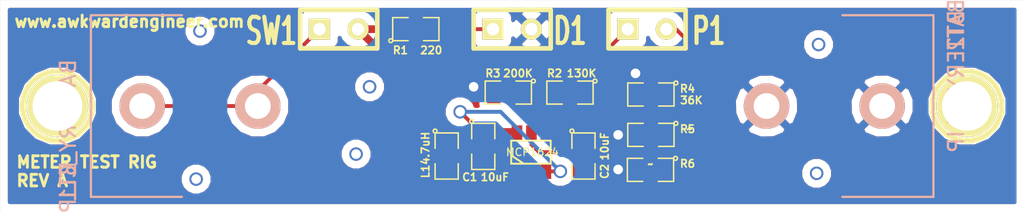
<source format=kicad_pcb>
(kicad_pcb (version 3) (host pcbnew "(2013-07-07 BZR 4022)-stable")

  (general
    (links 26)
    (no_connects 1)
    (area 177.064999 137.054334 244.575001 155.045666)
    (thickness 1.6)
    (drawings 12)
    (tracks 73)
    (zones 0)
    (modules 17)
    (nets 9)
  )

  (page A3)
  (layers
    (15 F.Cu signal)
    (0 B.Cu signal)
    (16 B.Adhes user hide)
    (17 F.Adhes user hide)
    (18 B.Paste user hide)
    (19 F.Paste user hide)
    (20 B.SilkS user hide)
    (21 F.SilkS user)
    (22 B.Mask user hide)
    (23 F.Mask user hide)
    (24 Dwgs.User user)
    (25 Cmts.User user hide)
    (26 Eco1.User user hide)
    (27 Eco2.User user hide)
    (28 Edge.Cuts user)
  )

  (setup
    (last_trace_width 0.254)
    (trace_clearance 0.254)
    (zone_clearance 0.508)
    (zone_45_only no)
    (trace_min 0.254)
    (segment_width 0.1)
    (edge_width 0.1)
    (via_size 0.889)
    (via_drill 0.635)
    (via_min_size 0.889)
    (via_min_drill 0.508)
    (uvia_size 0.508)
    (uvia_drill 0.127)
    (uvias_allowed no)
    (uvia_min_size 0.508)
    (uvia_min_drill 0.127)
    (pcb_text_width 0.3)
    (pcb_text_size 1.5 1.5)
    (mod_edge_width 0.15)
    (mod_text_size 1 1)
    (mod_text_width 0.15)
    (pad_size 4.064 4.064)
    (pad_drill 3.2766)
    (pad_to_mask_clearance 0)
    (aux_axis_origin 180.848 146.05)
    (visible_elements 7FFFFFFF)
    (pcbplotparams
      (layerselection 283148289)
      (usegerberextensions true)
      (excludeedgelayer true)
      (linewidth 0.150000)
      (plotframeref false)
      (viasonmask false)
      (mode 1)
      (useauxorigin false)
      (hpglpennumber 1)
      (hpglpenspeed 20)
      (hpglpendiameter 15)
      (hpglpenoverlay 2)
      (psnegative false)
      (psa4output false)
      (plotreference true)
      (plotvalue true)
      (plotothertext true)
      (plotinvisibletext false)
      (padsonsilk false)
      (subtractmaskfromsilk false)
      (outputformat 1)
      (mirror false)
      (drillshape 0)
      (scaleselection 1)
      (outputdirectory Gerbers/))
  )

  (net 0 "")
  (net 1 GND)
  (net 2 N-000002)
  (net 3 N-000003)
  (net 4 N-000004)
  (net 5 N-000005)
  (net 6 N-000006)
  (net 7 N-000007)
  (net 8 N-000008)

  (net_class Default "This is the default net class."
    (clearance 0.254)
    (trace_width 0.254)
    (via_dia 0.889)
    (via_drill 0.635)
    (uvia_dia 0.508)
    (uvia_drill 0.127)
    (add_net "")
    (add_net GND)
    (add_net N-000002)
    (add_net N-000004)
    (add_net N-000005)
    (add_net N-000006)
    (add_net N-000007)
  )

  (net_class Heavy ""
    (clearance 0.254)
    (trace_width 0.762)
    (via_dia 0.889)
    (via_drill 0.635)
    (uvia_dia 0.508)
    (uvia_drill 0.127)
  )

  (net_class Medium ""
    (clearance 0.254)
    (trace_width 0.508)
    (via_dia 0.889)
    (via_drill 0.635)
    (uvia_dia 0.508)
    (uvia_drill 0.127)
    (add_net N-000003)
    (add_net N-000008)
  )

  (module SOT23_6 (layer F.Cu) (tedit 550D6BC1) (tstamp 550D6BFD)
    (at 212.09 149.098)
    (path /5373C97A)
    (fp_text reference U1 (at 1.99898 0 90) (layer F.SilkS) hide
      (effects (font (size 0.508 0.508) (thickness 0.0762)))
    )
    (fp_text value MCP1624 (at 0.0635 0) (layer F.SilkS)
      (effects (font (size 0.50038 0.50038) (thickness 0.0762)))
    )
    (fp_line (start -0.508 0.762) (end -1.27 0.254) (layer F.SilkS) (width 0.127))
    (fp_line (start 1.27 0.762) (end -1.3335 0.762) (layer F.SilkS) (width 0.127))
    (fp_line (start -1.3335 0.762) (end -1.3335 -0.762) (layer F.SilkS) (width 0.127))
    (fp_line (start -1.3335 -0.762) (end 1.27 -0.762) (layer F.SilkS) (width 0.127))
    (fp_line (start 1.27 -0.762) (end 1.27 0.762) (layer F.SilkS) (width 0.127))
    (pad 6 smd rect (at -0.9525 -1.27) (size 0.70104 1.00076)
      (layers F.Cu F.Paste F.Mask)
      (net 6 N-000006)
    )
    (pad 5 smd rect (at 0 -1.27) (size 0.70104 1.00076)
      (layers F.Cu F.Paste F.Mask)
      (net 7 N-000007)
    )
    (pad 4 smd rect (at 0.9525 -1.27) (size 0.70104 1.00076)
      (layers F.Cu F.Paste F.Mask)
      (net 8 N-000008)
    )
    (pad 3 smd rect (at 0.9525 1.27) (size 0.70104 1.00076)
      (layers F.Cu F.Paste F.Mask)
      (net 6 N-000006)
    )
    (pad 2 smd rect (at 0 1.27) (size 0.70104 1.00076)
      (layers F.Cu F.Paste F.Mask)
      (net 1 GND)
    )
    (pad 1 smd rect (at -0.9525 1.27) (size 0.70104 1.00076)
      (layers F.Cu F.Paste F.Mask)
      (net 3 N-000003)
    )
    (model smd/SOT23_6.wrl
      (at (xyz 0 0 0))
      (scale (xyz 0.11 0.11 0.11))
      (rotate (xyz 0 0 0))
    )
  )

  (module SM0805 (layer F.Cu) (tedit 550D6AC8) (tstamp 5507965F)
    (at 214.63 145.161 180)
    (path /5373C536)
    (attr smd)
    (fp_text reference R2 (at 1.016 1.27 180) (layer F.SilkS)
      (effects (font (size 0.50038 0.50038) (thickness 0.10922)))
    )
    (fp_text value 130K (at -0.762 1.27 180) (layer F.SilkS)
      (effects (font (size 0.50038 0.50038) (thickness 0.10922)))
    )
    (fp_circle (center -1.651 0.762) (end -1.651 0.635) (layer F.SilkS) (width 0.09906))
    (fp_line (start -0.508 0.762) (end -1.524 0.762) (layer F.SilkS) (width 0.09906))
    (fp_line (start -1.524 0.762) (end -1.524 -0.762) (layer F.SilkS) (width 0.09906))
    (fp_line (start -1.524 -0.762) (end -0.508 -0.762) (layer F.SilkS) (width 0.09906))
    (fp_line (start 0.508 -0.762) (end 1.524 -0.762) (layer F.SilkS) (width 0.09906))
    (fp_line (start 1.524 -0.762) (end 1.524 0.762) (layer F.SilkS) (width 0.09906))
    (fp_line (start 1.524 0.762) (end 0.508 0.762) (layer F.SilkS) (width 0.09906))
    (pad 1 smd rect (at -0.9525 0 180) (size 0.889 1.397)
      (layers F.Cu F.Paste F.Mask)
      (net 7 N-000007)
    )
    (pad 2 smd rect (at 0.9525 0 180) (size 0.889 1.397)
      (layers F.Cu F.Paste F.Mask)
      (net 8 N-000008)
    )
    (model smd/chip_cms.wrl
      (at (xyz 0 0 0))
      (scale (xyz 0.1 0.1 0.1))
      (rotate (xyz 0 0 0))
    )
  )

  (module SM0805 (layer F.Cu) (tedit 550D6ADB) (tstamp 5507966C)
    (at 210.566 145.161 180)
    (path /5373C59E)
    (attr smd)
    (fp_text reference R3 (at 1.016 1.27 180) (layer F.SilkS)
      (effects (font (size 0.50038 0.50038) (thickness 0.10922)))
    )
    (fp_text value 200K (at -0.635 1.27 180) (layer F.SilkS)
      (effects (font (size 0.50038 0.50038) (thickness 0.10922)))
    )
    (fp_circle (center -1.651 0.762) (end -1.651 0.635) (layer F.SilkS) (width 0.09906))
    (fp_line (start -0.508 0.762) (end -1.524 0.762) (layer F.SilkS) (width 0.09906))
    (fp_line (start -1.524 0.762) (end -1.524 -0.762) (layer F.SilkS) (width 0.09906))
    (fp_line (start -1.524 -0.762) (end -0.508 -0.762) (layer F.SilkS) (width 0.09906))
    (fp_line (start 0.508 -0.762) (end 1.524 -0.762) (layer F.SilkS) (width 0.09906))
    (fp_line (start 1.524 -0.762) (end 1.524 0.762) (layer F.SilkS) (width 0.09906))
    (fp_line (start 1.524 0.762) (end 0.508 0.762) (layer F.SilkS) (width 0.09906))
    (pad 1 smd rect (at -0.9525 0 180) (size 0.889 1.397)
      (layers F.Cu F.Paste F.Mask)
      (net 8 N-000008)
    )
    (pad 2 smd rect (at 0.9525 0 180) (size 0.889 1.397)
      (layers F.Cu F.Paste F.Mask)
      (net 1 GND)
    )
    (model smd/chip_cms.wrl
      (at (xyz 0 0 0))
      (scale (xyz 0.1 0.1 0.1))
      (rotate (xyz 0 0 0))
    )
  )

  (module SM0805 (layer F.Cu) (tedit 550D6AB7) (tstamp 55079679)
    (at 215.519 149.352 270)
    (path /5373C996)
    (attr smd)
    (fp_text reference C2 (at 1.016 -1.397 270) (layer F.SilkS)
      (effects (font (size 0.50038 0.50038) (thickness 0.10922)))
    )
    (fp_text value 10uF (at -0.635 -1.397 270) (layer F.SilkS)
      (effects (font (size 0.50038 0.50038) (thickness 0.10922)))
    )
    (fp_circle (center -1.651 0.762) (end -1.651 0.635) (layer F.SilkS) (width 0.09906))
    (fp_line (start -0.508 0.762) (end -1.524 0.762) (layer F.SilkS) (width 0.09906))
    (fp_line (start -1.524 0.762) (end -1.524 -0.762) (layer F.SilkS) (width 0.09906))
    (fp_line (start -1.524 -0.762) (end -0.508 -0.762) (layer F.SilkS) (width 0.09906))
    (fp_line (start 0.508 -0.762) (end 1.524 -0.762) (layer F.SilkS) (width 0.09906))
    (fp_line (start 1.524 -0.762) (end 1.524 0.762) (layer F.SilkS) (width 0.09906))
    (fp_line (start 1.524 0.762) (end 0.508 0.762) (layer F.SilkS) (width 0.09906))
    (pad 1 smd rect (at -0.9525 0 270) (size 0.889 1.397)
      (layers F.Cu F.Paste F.Mask)
      (net 7 N-000007)
    )
    (pad 2 smd rect (at 0.9525 0 270) (size 0.889 1.397)
      (layers F.Cu F.Paste F.Mask)
      (net 1 GND)
    )
    (model smd/chip_cms.wrl
      (at (xyz 0 0 0))
      (scale (xyz 0.1 0.1 0.1))
      (rotate (xyz 0 0 0))
    )
  )

  (module SM0805 (layer F.Cu) (tedit 550D6B53) (tstamp 55079686)
    (at 206.502 149.352 270)
    (path /5373CB63)
    (attr smd)
    (fp_text reference L1 (at 1.016 1.397 270) (layer F.SilkS)
      (effects (font (size 0.50038 0.50038) (thickness 0.10922)))
    )
    (fp_text value 4.7uH (at -0.508 1.397 270) (layer F.SilkS)
      (effects (font (size 0.50038 0.50038) (thickness 0.10922)))
    )
    (fp_circle (center -1.651 0.762) (end -1.651 0.635) (layer F.SilkS) (width 0.09906))
    (fp_line (start -0.508 0.762) (end -1.524 0.762) (layer F.SilkS) (width 0.09906))
    (fp_line (start -1.524 0.762) (end -1.524 -0.762) (layer F.SilkS) (width 0.09906))
    (fp_line (start -1.524 -0.762) (end -0.508 -0.762) (layer F.SilkS) (width 0.09906))
    (fp_line (start 0.508 -0.762) (end 1.524 -0.762) (layer F.SilkS) (width 0.09906))
    (fp_line (start 1.524 -0.762) (end 1.524 0.762) (layer F.SilkS) (width 0.09906))
    (fp_line (start 1.524 0.762) (end 0.508 0.762) (layer F.SilkS) (width 0.09906))
    (pad 1 smd rect (at -0.9525 0 270) (size 0.889 1.397)
      (layers F.Cu F.Paste F.Mask)
      (net 6 N-000006)
    )
    (pad 2 smd rect (at 0.9525 0 270) (size 0.889 1.397)
      (layers F.Cu F.Paste F.Mask)
      (net 3 N-000003)
    )
    (model smd/chip_cms.wrl
      (at (xyz 0 0 0))
      (scale (xyz 0.1 0.1 0.1))
      (rotate (xyz 0 0 0))
    )
  )

  (module SM0805 (layer F.Cu) (tedit 550D6B89) (tstamp 55079693)
    (at 208.915 148.717 270)
    (path /5373D080)
    (attr smd)
    (fp_text reference C1 (at 2.032 0.889 360) (layer F.SilkS)
      (effects (font (size 0.50038 0.50038) (thickness 0.10922)))
    )
    (fp_text value 10uF (at 2.032 -0.762 360) (layer F.SilkS)
      (effects (font (size 0.50038 0.50038) (thickness 0.10922)))
    )
    (fp_circle (center -1.651 0.762) (end -1.651 0.635) (layer F.SilkS) (width 0.09906))
    (fp_line (start -0.508 0.762) (end -1.524 0.762) (layer F.SilkS) (width 0.09906))
    (fp_line (start -1.524 0.762) (end -1.524 -0.762) (layer F.SilkS) (width 0.09906))
    (fp_line (start -1.524 -0.762) (end -0.508 -0.762) (layer F.SilkS) (width 0.09906))
    (fp_line (start 0.508 -0.762) (end 1.524 -0.762) (layer F.SilkS) (width 0.09906))
    (fp_line (start 1.524 -0.762) (end 1.524 0.762) (layer F.SilkS) (width 0.09906))
    (fp_line (start 1.524 0.762) (end 0.508 0.762) (layer F.SilkS) (width 0.09906))
    (pad 1 smd rect (at -0.9525 0 270) (size 0.889 1.397)
      (layers F.Cu F.Paste F.Mask)
      (net 6 N-000006)
    )
    (pad 2 smd rect (at 0.9525 0 270) (size 0.889 1.397)
      (layers F.Cu F.Paste F.Mask)
      (net 1 GND)
    )
    (model smd/chip_cms.wrl
      (at (xyz 0 0 0))
      (scale (xyz 0.1 0.1 0.1))
      (rotate (xyz 0 0 0))
    )
  )

  (module SM0805 (layer F.Cu) (tedit 550D6B41) (tstamp 550796A0)
    (at 204.47 140.97)
    (path /55063CC5)
    (attr smd)
    (fp_text reference R1 (at -1.016 1.397) (layer F.SilkS)
      (effects (font (size 0.50038 0.50038) (thickness 0.10922)))
    )
    (fp_text value 220 (at 1.016 1.397) (layer F.SilkS)
      (effects (font (size 0.50038 0.50038) (thickness 0.10922)))
    )
    (fp_circle (center -1.651 0.762) (end -1.651 0.635) (layer F.SilkS) (width 0.09906))
    (fp_line (start -0.508 0.762) (end -1.524 0.762) (layer F.SilkS) (width 0.09906))
    (fp_line (start -1.524 0.762) (end -1.524 -0.762) (layer F.SilkS) (width 0.09906))
    (fp_line (start -1.524 -0.762) (end -0.508 -0.762) (layer F.SilkS) (width 0.09906))
    (fp_line (start 0.508 -0.762) (end 1.524 -0.762) (layer F.SilkS) (width 0.09906))
    (fp_line (start 1.524 -0.762) (end 1.524 0.762) (layer F.SilkS) (width 0.09906))
    (fp_line (start 1.524 0.762) (end 0.508 0.762) (layer F.SilkS) (width 0.09906))
    (pad 1 smd rect (at -0.9525 0) (size 0.889 1.397)
      (layers F.Cu F.Paste F.Mask)
      (net 6 N-000006)
    )
    (pad 2 smd rect (at 0.9525 0) (size 0.889 1.397)
      (layers F.Cu F.Paste F.Mask)
      (net 2 N-000002)
    )
    (model smd/chip_cms.wrl
      (at (xyz 0 0 0))
      (scale (xyz 0.1 0.1 0.1))
      (rotate (xyz 0 0 0))
    )
  )

  (module SIL-2 (layer F.Cu) (tedit 550D6BF8) (tstamp 550796AA)
    (at 210.82 140.97)
    (descr "Connecteurs 2 pins")
    (tags "CONN DEV")
    (path /55063CB8)
    (fp_text reference D1 (at 3.81 0.127) (layer F.SilkS)
      (effects (font (size 1.72974 1.08712) (thickness 0.3048)))
    )
    (fp_text value LED (at 0 -2.54) (layer F.SilkS) hide
      (effects (font (size 1.524 1.016) (thickness 0.3048)))
    )
    (fp_line (start -2.54 1.27) (end -2.54 -1.27) (layer F.SilkS) (width 0.3048))
    (fp_line (start -2.54 -1.27) (end 2.54 -1.27) (layer F.SilkS) (width 0.3048))
    (fp_line (start 2.54 -1.27) (end 2.54 1.27) (layer F.SilkS) (width 0.3048))
    (fp_line (start 2.54 1.27) (end -2.54 1.27) (layer F.SilkS) (width 0.3048))
    (pad 1 thru_hole rect (at -1.27 0) (size 1.397 1.397) (drill 0.8128)
      (layers *.Cu *.Mask F.SilkS)
      (net 2 N-000002)
    )
    (pad 2 thru_hole circle (at 1.27 0) (size 1.397 1.397) (drill 0.8128)
      (layers *.Cu *.Mask F.SilkS)
      (net 1 GND)
    )
  )

  (module SIL-2 (layer F.Cu) (tedit 550D6C01) (tstamp 550796B4)
    (at 219.71 140.97)
    (descr "Connecteurs 2 pins")
    (tags "CONN DEV")
    (path /55063D88)
    (fp_text reference P1 (at 4.064 0.127) (layer F.SilkS)
      (effects (font (size 1.72974 1.08712) (thickness 0.3048)))
    )
    (fp_text value CONN_2 (at 0 -2.54) (layer F.SilkS) hide
      (effects (font (size 1.524 1.016) (thickness 0.3048)))
    )
    (fp_line (start -2.54 1.27) (end -2.54 -1.27) (layer F.SilkS) (width 0.3048))
    (fp_line (start -2.54 -1.27) (end 2.54 -1.27) (layer F.SilkS) (width 0.3048))
    (fp_line (start 2.54 -1.27) (end 2.54 1.27) (layer F.SilkS) (width 0.3048))
    (fp_line (start 2.54 1.27) (end -2.54 1.27) (layer F.SilkS) (width 0.3048))
    (pad 1 thru_hole rect (at -1.27 0) (size 1.397 1.397) (drill 0.8128)
      (layers *.Cu *.Mask F.SilkS)
      (net 7 N-000007)
    )
    (pad 2 thru_hole circle (at 1.27 0) (size 1.397 1.397) (drill 0.8128)
      (layers *.Cu *.Mask F.SilkS)
      (net 4 N-000004)
    )
  )

  (module SIL-2 (layer F.Cu) (tedit 550D6C10) (tstamp 550796BE)
    (at 199.39 140.97)
    (descr "Connecteurs 2 pins")
    (tags "CONN DEV")
    (path /55063DE2)
    (fp_text reference SW1 (at -4.445 0.127) (layer F.SilkS)
      (effects (font (size 1.72974 1.08712) (thickness 0.27178)))
    )
    (fp_text value SPST (at 0 -2.54) (layer F.SilkS) hide
      (effects (font (size 1.524 1.016) (thickness 0.254)))
    )
    (fp_line (start -2.54 1.27) (end -2.54 -1.27) (layer F.SilkS) (width 0.3048))
    (fp_line (start -2.54 -1.27) (end 2.54 -1.27) (layer F.SilkS) (width 0.3048))
    (fp_line (start 2.54 -1.27) (end 2.54 1.27) (layer F.SilkS) (width 0.3048))
    (fp_line (start 2.54 1.27) (end -2.54 1.27) (layer F.SilkS) (width 0.3048))
    (pad 1 thru_hole rect (at -1.27 0) (size 1.397 1.397) (drill 0.8128)
      (layers *.Cu *.Mask F.SilkS)
      (net 5 N-000005)
    )
    (pad 2 thru_hole circle (at 1.27 0) (size 1.397 1.397) (drill 0.8128)
      (layers *.Cu *.Mask F.SilkS)
      (net 6 N-000006)
    )
  )

  (module SM0805 (layer F.Cu) (tedit 550D69E8) (tstamp 5508EED2)
    (at 219.964 145.288 180)
    (path /5508EDC7)
    (attr smd)
    (fp_text reference R4 (at -2.413 0.381 180) (layer F.SilkS)
      (effects (font (size 0.50038 0.50038) (thickness 0.10922)))
    )
    (fp_text value 36K (at -2.667 -0.381 180) (layer F.SilkS)
      (effects (font (size 0.50038 0.50038) (thickness 0.10922)))
    )
    (fp_circle (center -1.651 0.762) (end -1.651 0.635) (layer F.SilkS) (width 0.09906))
    (fp_line (start -0.508 0.762) (end -1.524 0.762) (layer F.SilkS) (width 0.09906))
    (fp_line (start -1.524 0.762) (end -1.524 -0.762) (layer F.SilkS) (width 0.09906))
    (fp_line (start -1.524 -0.762) (end -0.508 -0.762) (layer F.SilkS) (width 0.09906))
    (fp_line (start 0.508 -0.762) (end 1.524 -0.762) (layer F.SilkS) (width 0.09906))
    (fp_line (start 1.524 -0.762) (end 1.524 0.762) (layer F.SilkS) (width 0.09906))
    (fp_line (start 1.524 0.762) (end 0.508 0.762) (layer F.SilkS) (width 0.09906))
    (pad 1 smd rect (at -0.9525 0 180) (size 0.889 1.397)
      (layers F.Cu F.Paste F.Mask)
      (net 4 N-000004)
    )
    (pad 2 smd rect (at 0.9525 0 180) (size 0.889 1.397)
      (layers F.Cu F.Paste F.Mask)
      (net 1 GND)
    )
    (model smd/chip_cms.wrl
      (at (xyz 0 0 0))
      (scale (xyz 0.1 0.1 0.1))
      (rotate (xyz 0 0 0))
    )
  )

  (module AA_Battery_Clip_THRU_HOLE_BK-92   locked (layer B.Cu) (tedit 550C20BB) (tstamp 550C20FA)
    (at 194.056 146.05 90)
    (path /53B41CA4)
    (fp_text reference BT1 (at -5 -12.5 90) (layer B.SilkS)
      (effects (font (size 1 1) (thickness 0.15)) (justify mirror))
    )
    (fp_text value BATTERY_CLIP (at -2 -12.5 90) (layer B.SilkS)
      (effects (font (size 1 1) (thickness 0.15)) (justify mirror))
    )
    (fp_line (start 6 -11) (end 6 -5) (layer B.SilkS) (width 0.15))
    (fp_line (start 6 -11) (end -6 -11) (layer B.SilkS) (width 0.15))
    (fp_line (start -6 -11) (end -6 -5) (layer B.SilkS) (width 0.15))
    (fp_line (start 1.27 33.528) (end -1.27 33.528) (layer B.SilkS) (width 0.15))
    (pad ~ thru_hole circle (at 0 0 90) (size 3 3) (drill 1.7)
      (layers *.Cu *.Mask B.SilkS)
      (net 5 N-000005)
    )
    (pad ~ thru_hole circle (at 0 -7.62 90) (size 3 3) (drill 1.7)
      (layers *.Cu *.Mask B.SilkS)
      (net 5 N-000005)
    )
  )

  (module AA_Battery_Clip_THRU_HOLE_BK-92   locked (layer B.Cu) (tedit 550C20BB) (tstamp 550C2104)
    (at 227.584 146.05 270)
    (path /53B41D0A)
    (fp_text reference BT2 (at -5 -12.5 270) (layer B.SilkS)
      (effects (font (size 1 1) (thickness 0.15)) (justify mirror))
    )
    (fp_text value BATTERY_CLIP (at -2 -12.5 270) (layer B.SilkS)
      (effects (font (size 1 1) (thickness 0.15)) (justify mirror))
    )
    (fp_line (start 6 -11) (end 6 -5) (layer B.SilkS) (width 0.15))
    (fp_line (start 6 -11) (end -6 -11) (layer B.SilkS) (width 0.15))
    (fp_line (start -6 -11) (end -6 -5) (layer B.SilkS) (width 0.15))
    (fp_line (start 1.27 33.528) (end -1.27 33.528) (layer B.SilkS) (width 0.15))
    (pad ~ thru_hole circle (at 0 0 270) (size 3 3) (drill 1.7)
      (layers *.Cu *.Mask B.SilkS)
      (net 1 GND)
    )
    (pad ~ thru_hole circle (at 0 -7.62 270) (size 3 3) (drill 1.7)
      (layers *.Cu *.Mask B.SilkS)
      (net 1 GND)
    )
  )

  (module SM0805 (layer F.Cu) (tedit 550D6A4B) (tstamp 550C2768)
    (at 219.964 147.955 180)
    (path /550C2709)
    (attr smd)
    (fp_text reference R5 (at -2.413 0.381 180) (layer F.SilkS)
      (effects (font (size 0.50038 0.50038) (thickness 0.10922)))
    )
    (fp_text value ~ (at -2.54 0.381 180) (layer F.SilkS)
      (effects (font (size 0.50038 0.50038) (thickness 0.10922)))
    )
    (fp_circle (center -1.651 0.762) (end -1.651 0.635) (layer F.SilkS) (width 0.09906))
    (fp_line (start -0.508 0.762) (end -1.524 0.762) (layer F.SilkS) (width 0.09906))
    (fp_line (start -1.524 0.762) (end -1.524 -0.762) (layer F.SilkS) (width 0.09906))
    (fp_line (start -1.524 -0.762) (end -0.508 -0.762) (layer F.SilkS) (width 0.09906))
    (fp_line (start 0.508 -0.762) (end 1.524 -0.762) (layer F.SilkS) (width 0.09906))
    (fp_line (start 1.524 -0.762) (end 1.524 0.762) (layer F.SilkS) (width 0.09906))
    (fp_line (start 1.524 0.762) (end 0.508 0.762) (layer F.SilkS) (width 0.09906))
    (pad 1 smd rect (at -0.9525 0 180) (size 0.889 1.397)
      (layers F.Cu F.Paste F.Mask)
      (net 4 N-000004)
    )
    (pad 2 smd rect (at 0.9525 0 180) (size 0.889 1.397)
      (layers F.Cu F.Paste F.Mask)
      (net 1 GND)
    )
    (model smd/chip_cms.wrl
      (at (xyz 0 0 0))
      (scale (xyz 0.1 0.1 0.1))
      (rotate (xyz 0 0 0))
    )
  )

  (module SM0805 (layer F.Cu) (tedit 550D6A4F) (tstamp 550C2775)
    (at 219.937001 150.266001 180)
    (path /550C2717)
    (attr smd)
    (fp_text reference R6 (at -2.439999 0.406001 180) (layer F.SilkS)
      (effects (font (size 0.50038 0.50038) (thickness 0.10922)))
    )
    (fp_text value ~ (at 0 0.381 180) (layer F.SilkS)
      (effects (font (size 0.50038 0.50038) (thickness 0.10922)))
    )
    (fp_circle (center -1.651 0.762) (end -1.651 0.635) (layer F.SilkS) (width 0.09906))
    (fp_line (start -0.508 0.762) (end -1.524 0.762) (layer F.SilkS) (width 0.09906))
    (fp_line (start -1.524 0.762) (end -1.524 -0.762) (layer F.SilkS) (width 0.09906))
    (fp_line (start -1.524 -0.762) (end -0.508 -0.762) (layer F.SilkS) (width 0.09906))
    (fp_line (start 0.508 -0.762) (end 1.524 -0.762) (layer F.SilkS) (width 0.09906))
    (fp_line (start 1.524 -0.762) (end 1.524 0.762) (layer F.SilkS) (width 0.09906))
    (fp_line (start 1.524 0.762) (end 0.508 0.762) (layer F.SilkS) (width 0.09906))
    (pad 1 smd rect (at -0.9525 0 180) (size 0.889 1.397)
      (layers F.Cu F.Paste F.Mask)
      (net 4 N-000004)
    )
    (pad 2 smd rect (at 0.9525 0 180) (size 0.889 1.397)
      (layers F.Cu F.Paste F.Mask)
      (net 1 GND)
    )
    (model smd/chip_cms.wrl
      (at (xyz 0 0 0))
      (scale (xyz 0.1 0.1 0.1))
      (rotate (xyz 0 0 0))
    )
  )

  (module 1pin (layer F.Cu) (tedit 550DB30A) (tstamp 550DD600)
    (at 180.848 146.05)
    (descr "module 1 pin (ou trou mecanique de percage)")
    (tags DEV)
    (path 1pin)
    (fp_text reference 1PIN (at 0 -3.048) (layer F.SilkS) hide
      (effects (font (size 1.016 1.016) (thickness 0.254)))
    )
    (fp_text value P*** (at 0 2.794) (layer F.SilkS) hide
      (effects (font (size 1.016 1.016) (thickness 0.254)))
    )
    (fp_circle (center 0 0) (end 0 -2.286) (layer F.SilkS) (width 0.381))
    (pad "" thru_hole circle (at 0 0) (size 4.064 4.064) (drill 3.2766)
      (layers *.Cu *.Mask F.SilkS)
    )
  )

  (module 1pin (layer F.Cu) (tedit 550DB315) (tstamp 550DD60B)
    (at 240.792 146.05)
    (descr "module 1 pin (ou trou mecanique de percage)")
    (tags DEV)
    (path 1pin)
    (fp_text reference 1PIN (at 0 -3.048) (layer F.SilkS) hide
      (effects (font (size 1.016 1.016) (thickness 0.254)))
    )
    (fp_text value P*** (at 0 2.794) (layer F.SilkS) hide
      (effects (font (size 1.016 1.016) (thickness 0.254)))
    )
    (fp_circle (center 0 0) (end 0 -2.286) (layer F.SilkS) (width 0.381))
    (pad "" thru_hole circle (at 0 0) (size 4.064 4.064) (drill 3.2766)
      (layers *.Cu *.Mask F.SilkS)
    )
  )

  (gr_text www.awkwardengineer.com (at 177.927 140.462) (layer F.SilkS)
    (effects (font (size 0.762 0.762) (thickness 0.1905)) (justify left))
  )
  (gr_text "METER TEST RIG\nREV A" (at 178.054 150.368) (layer F.SilkS)
    (effects (font (size 0.762 0.762) (thickness 0.1905)) (justify left))
  )
  (gr_circle (center 186.435 146.05) (end 186.435 146.9) (layer Cmts.User) (width 0.01))
  (gr_circle (center 227.584999 146.05) (end 227.584999 146.9) (layer Cmts.User) (width 0.01))
  (gr_circle (center 235.205 146.05) (end 235.205 146.9) (layer Cmts.User) (width 0.01))
  (gr_circle (center 240.82 146.05) (end 240.82 147.68195) (layer Dwgs.User) (width 0.01) (tstamp 550DD5DC))
  (gr_circle (center 180.82 146.05) (end 180.82 147.68195) (layer Dwgs.User) (width 0.01) (tstamp 550DD5DD))
  (gr_circle (center 194.055001 146.05) (end 194.055001 146.9) (layer Cmts.User) (width 0.01))
  (gr_line (start 177.07 153.05) (end 244.57 153.05) (angle 90) (layer Edge.Cuts) (width 0.01))
  (gr_line (start 244.57 153.05) (end 244.57 139.05) (angle 90) (layer Edge.Cuts) (width 0.01))
  (gr_line (start 244.57 139.05) (end 177.07 139.05) (angle 90) (layer Edge.Cuts) (width 0.01))
  (gr_line (start 177.07 139.05) (end 177.07 153.05) (angle 90) (layer Edge.Cuts) (width 0.01))

  (via (at 230.886 150.495) (size 0.889) (layers F.Cu B.Cu) (net 0))
  (via (at 231.013 141.986) (size 0.889) (layers F.Cu B.Cu) (net 0))
  (via (at 201.422 144.78) (size 0.889) (layers F.Cu B.Cu) (net 0))
  (via (at 200.533 149.225) (size 0.889) (layers F.Cu B.Cu) (net 0))
  (via (at 189.992 150.876) (size 0.889) (layers F.Cu B.Cu) (net 0))
  (via (at 190.246 141.097) (size 0.889) (layers F.Cu B.Cu) (net 0))
  (segment (start 219.0115 145.288) (end 219.0115 143.9545) (width 0.254) (layer F.Cu) (net 1))
  (via (at 218.948 143.891) (size 0.889) (layers F.Cu B.Cu) (net 1))
  (segment (start 219.0115 143.9545) (end 218.948 143.891) (width 0.254) (layer F.Cu) (net 1) (tstamp 550D6F75))
  (segment (start 219.0115 147.955) (end 217.805 147.955) (width 0.254) (layer F.Cu) (net 1))
  (via (at 217.805 147.955) (size 0.889) (layers F.Cu B.Cu) (net 1))
  (segment (start 218.984501 150.266001) (end 217.830001 150.266001) (width 0.254) (layer F.Cu) (net 1))
  (via (at 217.805 150.241) (size 0.889) (layers F.Cu B.Cu) (net 1))
  (segment (start 217.830001 150.266001) (end 217.805 150.241) (width 0.254) (layer F.Cu) (net 1) (tstamp 550D6F52))
  (segment (start 209.6135 145.161) (end 208.661 145.161) (width 0.254) (layer F.Cu) (net 1))
  (via (at 208.28 144.78) (size 0.889) (layers F.Cu B.Cu) (net 1))
  (segment (start 208.661 145.161) (end 208.28 144.78) (width 0.254) (layer F.Cu) (net 1) (tstamp 550D6C81))
  (segment (start 208.915 149.6695) (end 209.9945 149.6695) (width 0.254) (layer F.Cu) (net 1))
  (segment (start 212.09 149.606) (end 212.09 150.368) (width 0.254) (layer F.Cu) (net 1) (tstamp 550C9F2C))
  (segment (start 211.836 149.352) (end 212.09 149.606) (width 0.254) (layer F.Cu) (net 1) (tstamp 550C9F2A))
  (segment (start 210.312 149.352) (end 211.836 149.352) (width 0.254) (layer F.Cu) (net 1) (tstamp 550C9F29))
  (segment (start 209.9945 149.6695) (end 210.312 149.352) (width 0.254) (layer F.Cu) (net 1) (tstamp 550C9F28))
  (segment (start 212.09 150.368) (end 212.09 151.13) (width 0.254) (layer F.Cu) (net 1))
  (segment (start 205.4225 140.97) (end 209.55 140.97) (width 0.254) (layer F.Cu) (net 2))
  (segment (start 206.502 150.3045) (end 207.3275 150.3045) (width 0.508) (layer F.Cu) (net 3))
  (segment (start 210.7565 150.749) (end 211.1375 150.368) (width 0.508) (layer F.Cu) (net 3) (tstamp 550C9E10))
  (segment (start 207.772 150.749) (end 210.7565 150.749) (width 0.508) (layer F.Cu) (net 3) (tstamp 550C9E0D))
  (segment (start 207.3275 150.3045) (end 207.772 150.749) (width 0.508) (layer F.Cu) (net 3) (tstamp 550C9E0B))
  (segment (start 220.9165 145.288) (end 222.631 145.288) (width 0.254) (layer F.Cu) (net 4))
  (segment (start 222.631 145.288) (end 223.393 144.526) (width 0.254) (layer F.Cu) (net 4) (tstamp 550C2AEE))
  (segment (start 220.9165 147.955) (end 222.504 147.955) (width 0.254) (layer F.Cu) (net 4))
  (segment (start 222.504 147.955) (end 223.393 147.066) (width 0.254) (layer F.Cu) (net 4) (tstamp 550C2AE9))
  (segment (start 220.98 140.97) (end 221.615 140.97) (width 0.254) (layer F.Cu) (net 4))
  (segment (start 222.732999 150.266001) (end 220.889501 150.266001) (width 0.254) (layer F.Cu) (net 4) (tstamp 550C2AE6))
  (segment (start 223.393 149.606) (end 222.732999 150.266001) (width 0.254) (layer F.Cu) (net 4) (tstamp 550C2AE3))
  (segment (start 223.393 142.748) (end 223.393 144.526) (width 0.254) (layer F.Cu) (net 4) (tstamp 550C2ADC))
  (segment (start 223.393 144.526) (end 223.393 147.066) (width 0.254) (layer F.Cu) (net 4) (tstamp 550C2AF1))
  (segment (start 223.393 147.066) (end 223.393 149.606) (width 0.254) (layer F.Cu) (net 4) (tstamp 550C2AEC))
  (segment (start 221.615 140.97) (end 223.393 142.748) (width 0.254) (layer F.Cu) (net 4) (tstamp 550C2ADB))
  (segment (start 186.436 146.05) (end 194.056 146.05) (width 0.254) (layer F.Cu) (net 5))
  (segment (start 194.056 146.05) (end 194.056 145.034) (width 0.254) (layer F.Cu) (net 5))
  (segment (start 194.056 145.034) (end 198.12 140.97) (width 0.254) (layer F.Cu) (net 5) (tstamp 550C2456))
  (segment (start 206.502 148.3995) (end 207.3275 148.3995) (width 0.508) (layer F.Cu) (net 6))
  (segment (start 207.3275 148.3995) (end 207.9625 147.7645) (width 0.508) (layer F.Cu) (net 6) (tstamp 550C2658))
  (segment (start 210.058 147.7645) (end 211.074 147.7645) (width 0.508) (layer F.Cu) (net 6) (tstamp 550C2B1C))
  (segment (start 207.9625 147.7645) (end 210.058 147.7645) (width 0.508) (layer F.Cu) (net 6) (tstamp 550C265B))
  (segment (start 211.074 147.7645) (end 211.1375 147.828) (width 0.508) (layer F.Cu) (net 6) (tstamp 550C265C))
  (segment (start 213.0425 150.368) (end 213.995 150.368) (width 0.254) (layer F.Cu) (net 6))
  (segment (start 208.7245 147.7645) (end 208.915 147.7645) (width 0.254) (layer F.Cu) (net 6) (tstamp 550C99A6))
  (segment (start 207.391 146.431) (end 208.7245 147.7645) (width 0.254) (layer F.Cu) (net 6) (tstamp 550C99A5))
  (via (at 207.391 146.431) (size 0.889) (layers F.Cu B.Cu) (net 6))
  (segment (start 210.058 146.431) (end 207.391 146.431) (width 0.254) (layer B.Cu) (net 6) (tstamp 550C9995))
  (segment (start 213.995 150.368) (end 210.058 146.431) (width 0.254) (layer B.Cu) (net 6) (tstamp 550C9994))
  (via (at 213.995 150.368) (size 0.889) (layers F.Cu B.Cu) (net 6))
  (segment (start 200.66 140.97) (end 203.5175 140.97) (width 0.508) (layer F.Cu) (net 6))
  (segment (start 206.502 148.3995) (end 205.1685 148.3995) (width 0.508) (layer F.Cu) (net 6))
  (segment (start 203.5175 143.8275) (end 200.66 140.97) (width 0.508) (layer F.Cu) (net 6) (tstamp 550C26B7))
  (segment (start 203.5175 146.7485) (end 203.5175 143.8275) (width 0.508) (layer F.Cu) (net 6) (tstamp 550C26B6))
  (segment (start 205.1685 148.3995) (end 203.5175 146.7485) (width 0.508) (layer F.Cu) (net 6) (tstamp 550C26B1))
  (segment (start 215.5825 145.161) (end 215.5825 148.336) (width 0.254) (layer F.Cu) (net 7))
  (segment (start 215.5825 148.336) (end 215.519 148.3995) (width 0.254) (layer F.Cu) (net 7) (tstamp 550C29DA))
  (segment (start 215.519 148.3995) (end 215.7095 148.3995) (width 0.254) (layer F.Cu) (net 7))
  (segment (start 217.297 142.113) (end 218.44 140.97) (width 0.254) (layer F.Cu) (net 7) (tstamp 550C2800))
  (segment (start 217.297 146.812) (end 217.297 142.113) (width 0.254) (layer F.Cu) (net 7) (tstamp 550C27FD))
  (segment (start 215.7095 148.3995) (end 217.297 146.812) (width 0.254) (layer F.Cu) (net 7) (tstamp 550C27F5))
  (segment (start 212.09 147.828) (end 212.09 148.59) (width 0.254) (layer F.Cu) (net 7))
  (segment (start 214.8205 149.098) (end 215.519 148.3995) (width 0.254) (layer F.Cu) (net 7) (tstamp 550C241E))
  (segment (start 212.598 149.098) (end 214.8205 149.098) (width 0.254) (layer F.Cu) (net 7) (tstamp 550C241D))
  (segment (start 212.09 148.59) (end 212.598 149.098) (width 0.254) (layer F.Cu) (net 7) (tstamp 550C241C))
  (segment (start 211.5185 145.161) (end 213.6775 145.161) (width 0.508) (layer F.Cu) (net 8))
  (segment (start 213.6775 145.161) (end 213.614 145.2245) (width 0.508) (layer F.Cu) (net 8) (tstamp 550C29C3))
  (segment (start 213.614 145.2245) (end 213.614 147.2565) (width 0.508) (layer F.Cu) (net 8) (tstamp 550C29C5))
  (segment (start 213.614 147.2565) (end 213.0425 147.828) (width 0.508) (layer F.Cu) (net 8) (tstamp 550C29C8))

  (zone (net 1) (net_name GND) (layer F.Cu) (tstamp 550C27A0) (hatch edge 0.508)
    (connect_pads (clearance 0.508))
    (min_thickness 0.254)
    (fill (arc_segments 16) (thermal_gap 0.508) (thermal_bridge_width 0.508) (smoothing chamfer))
    (polygon
      (pts
        (xy 244.094 152.527) (xy 177.419 152.527) (xy 177.419 139.446) (xy 244.094 139.446) (xy 244.094 152.527)
      )
    )
    (filled_polygon
      (pts
        (xy 209.062 149.7965) (xy 209.042 149.7965) (xy 209.042 149.8165) (xy 208.788 149.8165) (xy 208.788 149.7965)
        (xy 208.768 149.7965) (xy 208.768 149.5425) (xy 208.788 149.5425) (xy 208.788 149.5225) (xy 209.042 149.5225)
        (xy 209.042 149.5425) (xy 209.062 149.5425) (xy 209.062 149.7965)
      )
    )
    (filled_polygon
      (pts
        (xy 217.485998 139.69) (xy 217.382271 139.732859) (xy 217.203487 139.911332) (xy 217.106611 140.144636) (xy 217.10639 140.397255)
        (xy 217.10639 141.22598) (xy 216.758185 141.574185) (xy 216.593004 141.821395) (xy 216.535 142.113) (xy 216.535 144.072576)
        (xy 216.387168 143.924487) (xy 216.153864 143.827611) (xy 215.901245 143.82739) (xy 215.012245 143.82739) (xy 214.778771 143.923859)
        (xy 214.629897 144.072473) (xy 214.482168 143.924487) (xy 214.248864 143.827611) (xy 213.996245 143.82739) (xy 213.435924 143.82739)
        (xy 213.435924 141.16252) (xy 213.407146 140.632802) (xy 213.259798 140.277072) (xy 213.024186 140.215419) (xy 212.269605 140.97)
        (xy 213.024186 141.724581) (xy 213.259798 141.662928) (xy 213.435924 141.16252) (xy 213.435924 143.82739) (xy 213.107245 143.82739)
        (xy 212.873771 143.923859) (xy 212.844581 143.952998) (xy 212.844581 141.904186) (xy 212.09 141.149605) (xy 211.335419 141.904186)
        (xy 211.397072 142.139798) (xy 211.89748 142.315924) (xy 212.427198 142.287146) (xy 212.782928 142.139798) (xy 212.844581 141.904186)
        (xy 212.844581 143.952998) (xy 212.694987 144.102332) (xy 212.624534 144.272) (xy 212.571358 144.272) (xy 212.501641 144.103271)
        (xy 212.323168 143.924487) (xy 212.089864 143.827611) (xy 211.837245 143.82739) (xy 210.948245 143.82739) (xy 210.714771 143.923859)
        (xy 210.566 144.072371) (xy 210.417229 143.923859) (xy 210.183755 143.82739) (xy 209.89925 143.8275) (xy 209.7405 143.98625)
        (xy 209.7405 145.034) (xy 209.7605 145.034) (xy 209.7605 145.288) (xy 209.7405 145.288) (xy 209.7405 145.308)
        (xy 209.4865 145.308) (xy 209.4865 145.288) (xy 209.4865 145.034) (xy 209.4865 143.98625) (xy 209.32775 143.8275)
        (xy 209.043245 143.82739) (xy 208.809771 143.923859) (xy 208.630987 144.102332) (xy 208.534111 144.335636) (xy 208.53389 144.588255)
        (xy 208.534 144.87525) (xy 208.69275 145.034) (xy 209.4865 145.034) (xy 209.4865 145.288) (xy 208.69275 145.288)
        (xy 208.534 145.44675) (xy 208.53389 145.733745) (xy 208.534111 145.986364) (xy 208.560534 146.05) (xy 208.534 146.05)
        (xy 208.401594 146.05) (xy 208.306689 145.820311) (xy 208.003286 145.516378) (xy 207.606668 145.351687) (xy 207.177216 145.351313)
        (xy 206.780311 145.515311) (xy 206.476378 145.818714) (xy 206.311687 146.215332) (xy 206.311313 146.644784) (xy 206.475311 147.041689)
        (xy 206.753026 147.31989) (xy 205.677745 147.31989) (xy 205.444271 147.416359) (xy 205.443432 147.417196) (xy 204.4065 146.380264)
        (xy 204.4065 143.8275) (xy 204.338829 143.487294) (xy 204.146118 143.198882) (xy 203.250846 142.30361) (xy 204.087755 142.30361)
        (xy 204.321229 142.207141) (xy 204.470102 142.058526) (xy 204.617832 142.206513) (xy 204.851136 142.303389) (xy 205.103755 142.30361)
        (xy 205.992755 142.30361) (xy 206.226229 142.207141) (xy 206.405013 142.028668) (xy 206.501889 141.795364) (xy 206.501944 141.732)
        (xy 208.21639 141.732) (xy 208.21639 141.794255) (xy 208.312859 142.027729) (xy 208.491332 142.206513) (xy 208.724636 142.303389)
        (xy 208.977255 142.30361) (xy 210.374255 142.30361) (xy 210.607729 142.207141) (xy 210.786513 142.028668) (xy 210.883389 141.795364)
        (xy 210.883582 141.574519) (xy 210.920202 141.662928) (xy 211.155814 141.724581) (xy 211.910395 140.97) (xy 211.155814 140.215419)
        (xy 210.920202 140.277072) (xy 210.88361 140.381036) (xy 210.88361 140.145745) (xy 210.787141 139.912271) (xy 210.608668 139.733487)
        (xy 210.503939 139.69) (xy 211.663123 139.69) (xy 211.397072 139.800202) (xy 211.335419 140.035814) (xy 212.09 140.790395)
        (xy 212.844581 140.035814) (xy 212.782928 139.800202) (xy 212.469822 139.69) (xy 217.485998 139.69)
      )
    )
    (filled_polygon
      (pts
        (xy 243.93 152.4) (xy 243.459461 152.4) (xy 243.459461 145.521828) (xy 243.05429 144.54124) (xy 242.304706 143.790346)
        (xy 241.324826 143.383465) (xy 240.263828 143.382539) (xy 239.28324 143.78771) (xy 238.532346 144.537294) (xy 238.125465 145.517174)
        (xy 238.124539 146.578172) (xy 238.52971 147.55876) (xy 239.279294 148.309654) (xy 240.259174 148.716535) (xy 241.320172 148.717461)
        (xy 242.30076 148.31229) (xy 243.051654 147.562706) (xy 243.458535 146.582826) (xy 243.459461 145.521828) (xy 243.459461 152.4)
        (xy 237.346723 152.4) (xy 237.346723 146.433813) (xy 237.330497 145.584613) (xy 237.036739 144.875418) (xy 236.717969 144.715636)
        (xy 236.538364 144.895241) (xy 236.538364 144.536031) (xy 236.378582 144.217261) (xy 235.587813 143.907277) (xy 234.738613 143.923503)
        (xy 234.029418 144.217261) (xy 233.869636 144.536031) (xy 235.204 145.870395) (xy 236.538364 144.536031) (xy 236.538364 144.895241)
        (xy 235.383605 146.05) (xy 236.717969 147.384364) (xy 237.036739 147.224582) (xy 237.346723 146.433813) (xy 237.346723 152.4)
        (xy 236.538364 152.4) (xy 236.538364 147.563969) (xy 235.204 146.229605) (xy 235.024395 146.40921) (xy 235.024395 146.05)
        (xy 233.690031 144.715636) (xy 233.371261 144.875418) (xy 233.061277 145.666187) (xy 233.077503 146.515387) (xy 233.371261 147.224582)
        (xy 233.690031 147.384364) (xy 235.024395 146.05) (xy 235.024395 146.40921) (xy 233.869636 147.563969) (xy 234.029418 147.882739)
        (xy 234.820187 148.192723) (xy 235.669387 148.176497) (xy 236.378582 147.882739) (xy 236.538364 147.563969) (xy 236.538364 152.4)
        (xy 232.092687 152.4) (xy 232.092687 141.772216) (xy 231.928689 141.375311) (xy 231.625286 141.071378) (xy 231.228668 140.906687)
        (xy 230.799216 140.906313) (xy 230.402311 141.070311) (xy 230.098378 141.373714) (xy 229.933687 141.770332) (xy 229.933313 142.199784)
        (xy 230.097311 142.596689) (xy 230.400714 142.900622) (xy 230.797332 143.065313) (xy 231.226784 143.065687) (xy 231.623689 142.901689)
        (xy 231.927622 142.598286) (xy 232.092313 142.201668) (xy 232.092687 141.772216) (xy 232.092687 152.4) (xy 231.965687 152.4)
        (xy 231.965687 150.281216) (xy 231.801689 149.884311) (xy 231.498286 149.580378) (xy 231.101668 149.415687) (xy 230.672216 149.415313)
        (xy 230.275311 149.579311) (xy 229.971378 149.882714) (xy 229.806687 150.279332) (xy 229.806313 150.708784) (xy 229.970311 151.105689)
        (xy 230.273714 151.409622) (xy 230.670332 151.574313) (xy 231.099784 151.574687) (xy 231.496689 151.410689) (xy 231.800622 151.107286)
        (xy 231.965313 150.710668) (xy 231.965687 150.281216) (xy 231.965687 152.4) (xy 229.726723 152.4) (xy 229.726723 146.433813)
        (xy 229.710497 145.584613) (xy 229.416739 144.875418) (xy 229.097969 144.715636) (xy 228.918364 144.895241) (xy 228.918364 144.536031)
        (xy 228.758582 144.217261) (xy 227.967813 143.907277) (xy 227.118613 143.923503) (xy 226.409418 144.217261) (xy 226.249636 144.536031)
        (xy 227.584 145.870395) (xy 228.918364 144.536031) (xy 228.918364 144.895241) (xy 227.763605 146.05) (xy 229.097969 147.384364)
        (xy 229.416739 147.224582) (xy 229.726723 146.433813) (xy 229.726723 152.4) (xy 228.918364 152.4) (xy 228.918364 147.563969)
        (xy 227.584 146.229605) (xy 227.404395 146.40921) (xy 227.404395 146.05) (xy 226.070031 144.715636) (xy 225.751261 144.875418)
        (xy 225.441277 145.666187) (xy 225.457503 146.515387) (xy 225.751261 147.224582) (xy 226.070031 147.384364) (xy 227.404395 146.05)
        (xy 227.404395 146.40921) (xy 226.249636 147.563969) (xy 226.409418 147.882739) (xy 227.200187 148.192723) (xy 228.049387 148.176497)
        (xy 228.758582 147.882739) (xy 228.918364 147.563969) (xy 228.918364 152.4) (xy 218.8845 152.4) (xy 218.8845 149.12975)
        (xy 218.8845 148.082) (xy 218.09075 148.082) (xy 217.932 148.24075) (xy 217.93189 148.527745) (xy 217.932111 148.780364)
        (xy 218.028987 149.013668) (xy 218.112488 149.097024) (xy 218.001988 149.207333) (xy 217.905112 149.440637) (xy 217.904891 149.693256)
        (xy 217.905001 149.980251) (xy 218.063751 150.139001) (xy 218.857501 150.139001) (xy 218.857501 149.156749) (xy 218.8845 149.12975)
        (xy 218.8845 152.4) (xy 218.857501 152.4) (xy 218.857501 151.440751) (xy 218.857501 150.393001) (xy 218.063751 150.393001)
        (xy 217.905001 150.551751) (xy 217.904891 150.838746) (xy 217.905112 151.091365) (xy 218.001988 151.324669) (xy 218.180772 151.503142)
        (xy 218.414246 151.599611) (xy 218.698751 151.599501) (xy 218.857501 151.440751) (xy 218.857501 152.4) (xy 216.85261 152.4)
        (xy 216.85261 150.874755) (xy 216.8525 150.59025) (xy 216.69375 150.4315) (xy 215.646 150.4315) (xy 215.646 151.22525)
        (xy 215.80475 151.384) (xy 216.091745 151.38411) (xy 216.344364 151.383889) (xy 216.577668 151.287013) (xy 216.756141 151.108229)
        (xy 216.85261 150.874755) (xy 216.85261 152.4) (xy 202.501687 152.4) (xy 202.501687 144.566216) (xy 202.337689 144.169311)
        (xy 202.034286 143.865378) (xy 201.637668 143.700687) (xy 201.208216 143.700313) (xy 200.811311 143.864311) (xy 200.507378 144.167714)
        (xy 200.342687 144.564332) (xy 200.342313 144.993784) (xy 200.506311 145.390689) (xy 200.809714 145.694622) (xy 201.206332 145.859313)
        (xy 201.635784 145.859687) (xy 202.032689 145.695689) (xy 202.336622 145.392286) (xy 202.501313 144.995668) (xy 202.501687 144.566216)
        (xy 202.501687 152.4) (xy 201.612687 152.4) (xy 201.612687 149.011216) (xy 201.448689 148.614311) (xy 201.145286 148.310378)
        (xy 200.748668 148.145687) (xy 200.319216 148.145313) (xy 199.922311 148.309311) (xy 199.618378 148.612714) (xy 199.453687 149.009332)
        (xy 199.453313 149.438784) (xy 199.617311 149.835689) (xy 199.920714 150.139622) (xy 200.317332 150.304313) (xy 200.746784 150.304687)
        (xy 201.143689 150.140689) (xy 201.447622 149.837286) (xy 201.612313 149.440668) (xy 201.612687 149.011216) (xy 201.612687 152.4)
        (xy 191.071687 152.4) (xy 191.071687 150.662216) (xy 190.907689 150.265311) (xy 190.604286 149.961378) (xy 190.207668 149.796687)
        (xy 189.778216 149.796313) (xy 189.381311 149.960311) (xy 189.077378 150.263714) (xy 188.912687 150.660332) (xy 188.912313 151.089784)
        (xy 189.076311 151.486689) (xy 189.379714 151.790622) (xy 189.776332 151.955313) (xy 190.205784 151.955687) (xy 190.602689 151.791689)
        (xy 190.906622 151.488286) (xy 191.071313 151.091668) (xy 191.071687 150.662216) (xy 191.071687 152.4) (xy 183.515461 152.4)
        (xy 183.515461 145.521828) (xy 183.11029 144.54124) (xy 182.360706 143.790346) (xy 181.380826 143.383465) (xy 180.319828 143.382539)
        (xy 179.33924 143.78771) (xy 178.588346 144.537294) (xy 178.181465 145.517174) (xy 178.180539 146.578172) (xy 178.58571 147.55876)
        (xy 179.335294 148.309654) (xy 180.315174 148.716535) (xy 181.376172 148.717461) (xy 182.35676 148.31229) (xy 183.107654 147.562706)
        (xy 183.514535 146.582826) (xy 183.515461 145.521828) (xy 183.515461 152.4) (xy 177.71 152.4) (xy 177.71 139.69)
        (xy 197.165998 139.69) (xy 197.062271 139.732859) (xy 196.883487 139.911332) (xy 196.786611 140.144636) (xy 196.78639 140.397255)
        (xy 196.78639 141.225979) (xy 194.097334 143.915035) (xy 193.633185 143.91463) (xy 192.8482 144.23898) (xy 192.247091 144.839041)
        (xy 192.060666 145.288) (xy 191.325687 145.288) (xy 191.325687 140.883216) (xy 191.161689 140.486311) (xy 190.858286 140.182378)
        (xy 190.461668 140.017687) (xy 190.032216 140.017313) (xy 189.635311 140.181311) (xy 189.331378 140.484714) (xy 189.166687 140.881332)
        (xy 189.166313 141.310784) (xy 189.330311 141.707689) (xy 189.633714 142.011622) (xy 190.030332 142.176313) (xy 190.459784 142.176687)
        (xy 190.856689 142.012689) (xy 191.160622 141.709286) (xy 191.325313 141.312668) (xy 191.325687 140.883216) (xy 191.325687 145.288)
        (xy 188.431221 145.288) (xy 188.24702 144.8422) (xy 187.646959 144.241091) (xy 186.862541 143.915372) (xy 186.013185 143.91463)
        (xy 185.2282 144.23898) (xy 184.627091 144.839041) (xy 184.301372 145.623459) (xy 184.30063 146.472815) (xy 184.62498 147.2578)
        (xy 185.225041 147.858909) (xy 186.009459 148.184628) (xy 186.858815 148.18537) (xy 187.6438 147.86102) (xy 188.244909 147.260959)
        (xy 188.431333 146.812) (xy 192.060778 146.812) (xy 192.24498 147.2578) (xy 192.845041 147.858909) (xy 193.629459 148.184628)
        (xy 194.478815 148.18537) (xy 195.2638 147.86102) (xy 195.864909 147.260959) (xy 196.190628 146.476541) (xy 196.19137 145.627185)
        (xy 195.86702 144.8422) (xy 195.596461 144.571168) (xy 197.86402 142.30361) (xy 198.944255 142.30361) (xy 199.177729 142.207141)
        (xy 199.356513 142.028668) (xy 199.453389 141.795364) (xy 199.45361 141.542745) (xy 199.45361 141.542272) (xy 199.528855 141.72438)
        (xy 199.903647 142.099826) (xy 200.393587 142.303267) (xy 200.73633 142.303566) (xy 202.6285 144.195736) (xy 202.6285 146.7485)
        (xy 202.696171 147.088706) (xy 202.888882 147.377118) (xy 204.539882 149.028118) (xy 204.828294 149.220829) (xy 205.1685 149.2885)
        (xy 205.349981 149.2885) (xy 205.413473 149.352102) (xy 205.265487 149.499832) (xy 205.168611 149.733136) (xy 205.16839 149.985755)
        (xy 205.16839 150.874755) (xy 205.264859 151.108229) (xy 205.443332 151.287013) (xy 205.676636 151.383889) (xy 205.929255 151.38411)
        (xy 207.153097 151.38411) (xy 207.153098 151.38411) (xy 207.431794 151.570329) (xy 207.771999 151.637999) (xy 207.772 151.638)
        (xy 210.7565 151.638) (xy 211.096705 151.570329) (xy 211.096706 151.570329) (xy 211.196736 151.50349) (xy 211.196737 151.50349)
        (xy 211.613725 151.50349) (xy 211.613775 151.50349) (xy 211.613775 151.503489) (xy 211.80425 151.50338) (xy 211.963 151.34463)
        (xy 211.963 151.291471) (xy 212.026033 151.228548) (xy 212.090037 151.074407) (xy 212.153339 151.227609) (xy 212.217 151.29138)
        (xy 212.217 151.34463) (xy 212.37575 151.50338) (xy 212.566275 151.50349) (xy 212.566806 151.50327) (xy 212.817735 151.50349)
        (xy 213.518775 151.50349) (xy 213.717187 151.421508) (xy 213.779332 151.447313) (xy 214.208784 151.447687) (xy 214.528818 151.315451)
        (xy 214.693636 151.383889) (xy 214.946255 151.38411) (xy 215.23325 151.384) (xy 215.392 151.22525) (xy 215.392 150.4315)
        (xy 215.372 150.4315) (xy 215.372 150.1775) (xy 215.392 150.1775) (xy 215.392 150.1575) (xy 215.646 150.1575)
        (xy 215.646 150.1775) (xy 216.69375 150.1775) (xy 216.8525 150.01875) (xy 216.85261 149.734245) (xy 216.756141 149.500771)
        (xy 216.607526 149.351897) (xy 216.755513 149.204168) (xy 216.852389 148.970864) (xy 216.85261 148.718245) (xy 216.85261 148.33402)
        (xy 217.835815 147.350815) (xy 217.932043 147.206799) (xy 217.93189 147.382255) (xy 217.932 147.66925) (xy 218.09075 147.828)
        (xy 218.8845 147.828) (xy 218.8845 146.78025) (xy 218.72575 146.6215) (xy 218.8845 146.46275) (xy 218.8845 145.415)
        (xy 218.8645 145.415) (xy 218.8645 145.161) (xy 218.8845 145.161) (xy 218.8845 144.11325) (xy 218.72575 143.9545)
        (xy 218.441245 143.95439) (xy 218.207771 144.050859) (xy 218.059 144.199371) (xy 218.059 142.42863) (xy 218.18402 142.30361)
        (xy 219.264255 142.30361) (xy 219.497729 142.207141) (xy 219.676513 142.028668) (xy 219.773389 141.795364) (xy 219.77361 141.542745)
        (xy 219.77361 141.542272) (xy 219.848855 141.72438) (xy 220.223647 142.099826) (xy 220.713587 142.303267) (xy 221.244086 142.30373)
        (xy 221.687772 142.120402) (xy 222.631 143.06363) (xy 222.631 144.210369) (xy 222.315369 144.526) (xy 221.99611 144.526)
        (xy 221.99611 144.463745) (xy 221.899641 144.230271) (xy 221.721168 144.051487) (xy 221.487864 143.954611) (xy 221.235245 143.95439)
        (xy 220.346245 143.95439) (xy 220.112771 144.050859) (xy 219.964 144.199371) (xy 219.815229 144.050859) (xy 219.581755 143.95439)
        (xy 219.29725 143.9545) (xy 219.1385 144.11325) (xy 219.1385 145.161) (xy 219.1585 145.161) (xy 219.1585 145.415)
        (xy 219.1385 145.415) (xy 219.1385 146.46275) (xy 219.29725 146.6215) (xy 219.1385 146.78025) (xy 219.1385 147.828)
        (xy 219.1585 147.828) (xy 219.1585 148.082) (xy 219.1385 148.082) (xy 219.1385 149.064252) (xy 219.111501 149.091251)
        (xy 219.111501 150.139001) (xy 219.131501 150.139001) (xy 219.131501 150.393001) (xy 219.111501 150.393001) (xy 219.111501 151.440751)
        (xy 219.270251 151.599501) (xy 219.554756 151.599611) (xy 219.78823 151.503142) (xy 219.937103 151.354527) (xy 220.084833 151.502514)
        (xy 220.318137 151.59939) (xy 220.570756 151.599611) (xy 221.459756 151.599611) (xy 221.69323 151.503142) (xy 221.872014 151.324669)
        (xy 221.96889 151.091365) (xy 221.968945 151.028001) (xy 222.732999 151.028001) (xy 222.732999 151.028) (xy 223.024603 150.969997)
        (xy 223.024604 150.969997) (xy 223.271814 150.804816) (xy 223.931815 150.144816) (xy 223.931815 150.144815) (xy 224.096996 149.897605)
        (xy 224.154999 149.606) (xy 224.155 149.606) (xy 224.155 147.066) (xy 224.155 144.526) (xy 224.155 142.748)
        (xy 224.154999 142.747999) (xy 224.096996 142.456395) (xy 223.931815 142.209185) (xy 223.931815 142.209184) (xy 222.232885 140.510255)
        (xy 222.111145 140.21562) (xy 221.736353 139.840174) (xy 221.374694 139.69) (xy 243.93 139.69) (xy 243.93 152.4)
      )
    )
  )
  (zone (net 1) (net_name GND) (layer B.Cu) (tstamp 550C9ED6) (hatch edge 0.508)
    (connect_pads (clearance 0.508))
    (min_thickness 0.254)
    (fill (arc_segments 16) (thermal_gap 0.508) (thermal_bridge_width 0.508))
    (polygon
      (pts
        (xy 244.094 139.446) (xy 244.094 152.527) (xy 177.419 152.527) (xy 177.419 139.446)
      )
    )
    (filled_polygon
      (pts
        (xy 243.93 152.4) (xy 243.459461 152.4) (xy 243.459461 145.521828) (xy 243.05429 144.54124) (xy 242.304706 143.790346)
        (xy 241.324826 143.383465) (xy 240.263828 143.382539) (xy 239.28324 143.78771) (xy 238.532346 144.537294) (xy 238.125465 145.517174)
        (xy 238.124539 146.578172) (xy 238.52971 147.55876) (xy 239.279294 148.309654) (xy 240.259174 148.716535) (xy 241.320172 148.717461)
        (xy 242.30076 148.31229) (xy 243.051654 147.562706) (xy 243.458535 146.582826) (xy 243.459461 145.521828) (xy 243.459461 152.4)
        (xy 237.346723 152.4) (xy 237.346723 146.433813) (xy 237.330497 145.584613) (xy 237.036739 144.875418) (xy 236.717969 144.715636)
        (xy 236.538364 144.895241) (xy 236.538364 144.536031) (xy 236.378582 144.217261) (xy 235.587813 143.907277) (xy 234.738613 143.923503)
        (xy 234.029418 144.217261) (xy 233.869636 144.536031) (xy 235.204 145.870395) (xy 236.538364 144.536031) (xy 236.538364 144.895241)
        (xy 235.383605 146.05) (xy 236.717969 147.384364) (xy 237.036739 147.224582) (xy 237.346723 146.433813) (xy 237.346723 152.4)
        (xy 236.538364 152.4) (xy 236.538364 147.563969) (xy 235.204 146.229605) (xy 235.024395 146.40921) (xy 235.024395 146.05)
        (xy 233.690031 144.715636) (xy 233.371261 144.875418) (xy 233.061277 145.666187) (xy 233.077503 146.515387) (xy 233.371261 147.224582)
        (xy 233.690031 147.384364) (xy 235.024395 146.05) (xy 235.024395 146.40921) (xy 233.869636 147.563969) (xy 234.029418 147.882739)
        (xy 234.820187 148.192723) (xy 235.669387 148.176497) (xy 236.378582 147.882739) (xy 236.538364 147.563969) (xy 236.538364 152.4)
        (xy 232.092687 152.4) (xy 232.092687 141.772216) (xy 231.928689 141.375311) (xy 231.625286 141.071378) (xy 231.228668 140.906687)
        (xy 230.799216 140.906313) (xy 230.402311 141.070311) (xy 230.098378 141.373714) (xy 229.933687 141.770332) (xy 229.933313 142.199784)
        (xy 230.097311 142.596689) (xy 230.400714 142.900622) (xy 230.797332 143.065313) (xy 231.226784 143.065687) (xy 231.623689 142.901689)
        (xy 231.927622 142.598286) (xy 232.092313 142.201668) (xy 232.092687 141.772216) (xy 232.092687 152.4) (xy 231.965687 152.4)
        (xy 231.965687 150.281216) (xy 231.801689 149.884311) (xy 231.498286 149.580378) (xy 231.101668 149.415687) (xy 230.672216 149.415313)
        (xy 230.275311 149.579311) (xy 229.971378 149.882714) (xy 229.806687 150.279332) (xy 229.806313 150.708784) (xy 229.970311 151.105689)
        (xy 230.273714 151.409622) (xy 230.670332 151.574313) (xy 231.099784 151.574687) (xy 231.496689 151.410689) (xy 231.800622 151.107286)
        (xy 231.965313 150.710668) (xy 231.965687 150.281216) (xy 231.965687 152.4) (xy 229.726723 152.4) (xy 229.726723 146.433813)
        (xy 229.710497 145.584613) (xy 229.416739 144.875418) (xy 229.097969 144.715636) (xy 228.918364 144.895241) (xy 228.918364 144.536031)
        (xy 228.758582 144.217261) (xy 227.967813 143.907277) (xy 227.118613 143.923503) (xy 226.409418 144.217261) (xy 226.249636 144.536031)
        (xy 227.584 145.870395) (xy 228.918364 144.536031) (xy 228.918364 144.895241) (xy 227.763605 146.05) (xy 229.097969 147.384364)
        (xy 229.416739 147.224582) (xy 229.726723 146.433813) (xy 229.726723 152.4) (xy 228.918364 152.4) (xy 228.918364 147.563969)
        (xy 227.584 146.229605) (xy 227.404395 146.40921) (xy 227.404395 146.05) (xy 226.070031 144.715636) (xy 225.751261 144.875418)
        (xy 225.441277 145.666187) (xy 225.457503 146.515387) (xy 225.751261 147.224582) (xy 226.070031 147.384364) (xy 227.404395 146.05)
        (xy 227.404395 146.40921) (xy 226.249636 147.563969) (xy 226.409418 147.882739) (xy 227.200187 148.192723) (xy 228.049387 148.176497)
        (xy 228.758582 147.882739) (xy 228.918364 147.563969) (xy 228.918364 152.4) (xy 215.074687 152.4) (xy 215.074687 150.154216)
        (xy 214.910689 149.757311) (xy 214.607286 149.453378) (xy 214.210668 149.288687) (xy 213.993128 149.288497) (xy 213.435924 148.731293)
        (xy 213.435924 141.16252) (xy 213.407146 140.632802) (xy 213.259798 140.277072) (xy 213.024186 140.215419) (xy 212.269605 140.97)
        (xy 213.024186 141.724581) (xy 213.259798 141.662928) (xy 213.435924 141.16252) (xy 213.435924 148.731293) (xy 212.844581 148.13995)
        (xy 212.844581 141.904186) (xy 212.09 141.149605) (xy 211.335419 141.904186) (xy 211.397072 142.139798) (xy 211.89748 142.315924)
        (xy 212.427198 142.287146) (xy 212.782928 142.139798) (xy 212.844581 141.904186) (xy 212.844581 148.13995) (xy 210.596815 145.892185)
        (xy 210.349605 145.727004) (xy 210.058 145.669) (xy 208.155641 145.669) (xy 208.003286 145.516378) (xy 207.606668 145.351687)
        (xy 207.177216 145.351313) (xy 206.780311 145.515311) (xy 206.476378 145.818714) (xy 206.311687 146.215332) (xy 206.311313 146.644784)
        (xy 206.475311 147.041689) (xy 206.778714 147.345622) (xy 207.175332 147.510313) (xy 207.604784 147.510687) (xy 208.001689 147.346689)
        (xy 208.155646 147.193) (xy 209.742369 147.193) (xy 212.9155 150.366131) (xy 212.915313 150.581784) (xy 213.079311 150.978689)
        (xy 213.382714 151.282622) (xy 213.779332 151.447313) (xy 214.208784 151.447687) (xy 214.605689 151.283689) (xy 214.909622 150.980286)
        (xy 215.074313 150.583668) (xy 215.074687 150.154216) (xy 215.074687 152.4) (xy 202.501687 152.4) (xy 202.501687 144.566216)
        (xy 202.337689 144.169311) (xy 202.034286 143.865378) (xy 201.637668 143.700687) (xy 201.208216 143.700313) (xy 200.811311 143.864311)
        (xy 200.507378 144.167714) (xy 200.342687 144.564332) (xy 200.342313 144.993784) (xy 200.506311 145.390689) (xy 200.809714 145.694622)
        (xy 201.206332 145.859313) (xy 201.635784 145.859687) (xy 202.032689 145.695689) (xy 202.336622 145.392286) (xy 202.501313 144.995668)
        (xy 202.501687 144.566216) (xy 202.501687 152.4) (xy 201.612687 152.4) (xy 201.612687 149.011216) (xy 201.448689 148.614311)
        (xy 201.145286 148.310378) (xy 200.748668 148.145687) (xy 200.319216 148.145313) (xy 199.922311 148.309311) (xy 199.618378 148.612714)
        (xy 199.453687 149.009332) (xy 199.453313 149.438784) (xy 199.617311 149.835689) (xy 199.920714 150.139622) (xy 200.317332 150.304313)
        (xy 200.746784 150.304687) (xy 201.143689 150.140689) (xy 201.447622 149.837286) (xy 201.612313 149.440668) (xy 201.612687 149.011216)
        (xy 201.612687 152.4) (xy 196.19137 152.4) (xy 196.19137 145.627185) (xy 195.86702 144.8422) (xy 195.266959 144.241091)
        (xy 194.482541 143.915372) (xy 193.633185 143.91463) (xy 192.8482 144.23898) (xy 192.247091 144.839041) (xy 191.921372 145.623459)
        (xy 191.92063 146.472815) (xy 192.24498 147.2578) (xy 192.845041 147.858909) (xy 193.629459 148.184628) (xy 194.478815 148.18537)
        (xy 195.2638 147.86102) (xy 195.864909 147.260959) (xy 196.190628 146.476541) (xy 196.19137 145.627185) (xy 196.19137 152.4)
        (xy 191.325687 152.4) (xy 191.325687 140.883216) (xy 191.161689 140.486311) (xy 190.858286 140.182378) (xy 190.461668 140.017687)
        (xy 190.032216 140.017313) (xy 189.635311 140.181311) (xy 189.331378 140.484714) (xy 189.166687 140.881332) (xy 189.166313 141.310784)
        (xy 189.330311 141.707689) (xy 189.633714 142.011622) (xy 190.030332 142.176313) (xy 190.459784 142.176687) (xy 190.856689 142.012689)
        (xy 191.160622 141.709286) (xy 191.325313 141.312668) (xy 191.325687 140.883216) (xy 191.325687 152.4) (xy 191.071687 152.4)
        (xy 191.071687 150.662216) (xy 190.907689 150.265311) (xy 190.604286 149.961378) (xy 190.207668 149.796687) (xy 189.778216 149.796313)
        (xy 189.381311 149.960311) (xy 189.077378 150.263714) (xy 188.912687 150.660332) (xy 188.912313 151.089784) (xy 189.076311 151.486689)
        (xy 189.379714 151.790622) (xy 189.776332 151.955313) (xy 190.205784 151.955687) (xy 190.602689 151.791689) (xy 190.906622 151.488286)
        (xy 191.071313 151.091668) (xy 191.071687 150.662216) (xy 191.071687 152.4) (xy 188.57137 152.4) (xy 188.57137 145.627185)
        (xy 188.24702 144.8422) (xy 187.646959 144.241091) (xy 186.862541 143.915372) (xy 186.013185 143.91463) (xy 185.2282 144.23898)
        (xy 184.627091 144.839041) (xy 184.301372 145.623459) (xy 184.30063 146.472815) (xy 184.62498 147.2578) (xy 185.225041 147.858909)
        (xy 186.009459 148.184628) (xy 186.858815 148.18537) (xy 187.6438 147.86102) (xy 188.244909 147.260959) (xy 188.570628 146.476541)
        (xy 188.57137 145.627185) (xy 188.57137 152.4) (xy 183.515461 152.4) (xy 183.515461 145.521828) (xy 183.11029 144.54124)
        (xy 182.360706 143.790346) (xy 181.380826 143.383465) (xy 180.319828 143.382539) (xy 179.33924 143.78771) (xy 178.588346 144.537294)
        (xy 178.181465 145.517174) (xy 178.180539 146.578172) (xy 178.58571 147.55876) (xy 179.335294 148.309654) (xy 180.315174 148.716535)
        (xy 181.376172 148.717461) (xy 182.35676 148.31229) (xy 183.107654 147.562706) (xy 183.514535 146.582826) (xy 183.515461 145.521828)
        (xy 183.515461 152.4) (xy 177.71 152.4) (xy 177.71 139.69) (xy 197.165998 139.69) (xy 197.062271 139.732859)
        (xy 196.883487 139.911332) (xy 196.786611 140.144636) (xy 196.78639 140.397255) (xy 196.78639 141.794255) (xy 196.882859 142.027729)
        (xy 197.061332 142.206513) (xy 197.294636 142.303389) (xy 197.547255 142.30361) (xy 198.944255 142.30361) (xy 199.177729 142.207141)
        (xy 199.356513 142.028668) (xy 199.453389 141.795364) (xy 199.45361 141.542745) (xy 199.45361 141.542272) (xy 199.528855 141.72438)
        (xy 199.903647 142.099826) (xy 200.393587 142.303267) (xy 200.924086 142.30373) (xy 201.41438 142.101145) (xy 201.789826 141.726353)
        (xy 201.993267 141.236413) (xy 201.99373 140.705914) (xy 201.791145 140.21562) (xy 201.416353 139.840174) (xy 201.054694 139.69)
        (xy 208.595998 139.69) (xy 208.492271 139.732859) (xy 208.313487 139.911332) (xy 208.216611 140.144636) (xy 208.21639 140.397255)
        (xy 208.21639 141.794255) (xy 208.312859 142.027729) (xy 208.491332 142.206513) (xy 208.724636 142.303389) (xy 208.977255 142.30361)
        (xy 210.374255 142.30361) (xy 210.607729 142.207141) (xy 210.786513 142.028668) (xy 210.883389 141.795364) (xy 210.883582 141.574519)
        (xy 210.920202 141.662928) (xy 211.155814 141.724581) (xy 211.910395 140.97) (xy 211.155814 140.215419) (xy 210.920202 140.277072)
        (xy 210.88361 140.381036) (xy 210.88361 140.145745) (xy 210.787141 139.912271) (xy 210.608668 139.733487) (xy 210.503939 139.69)
        (xy 211.663123 139.69) (xy 211.397072 139.800202) (xy 211.335419 140.035814) (xy 212.09 140.790395) (xy 212.844581 140.035814)
        (xy 212.782928 139.800202) (xy 212.469822 139.69) (xy 217.485998 139.69) (xy 217.382271 139.732859) (xy 217.203487 139.911332)
        (xy 217.106611 140.144636) (xy 217.10639 140.397255) (xy 217.10639 141.794255) (xy 217.202859 142.027729) (xy 217.381332 142.206513)
        (xy 217.614636 142.303389) (xy 217.867255 142.30361) (xy 219.264255 142.30361) (xy 219.497729 142.207141) (xy 219.676513 142.028668)
        (xy 219.773389 141.795364) (xy 219.77361 141.542745) (xy 219.77361 141.542272) (xy 219.848855 141.72438) (xy 220.223647 142.099826)
        (xy 220.713587 142.303267) (xy 221.244086 142.30373) (xy 221.73438 142.101145) (xy 222.109826 141.726353) (xy 222.313267 141.236413)
        (xy 222.31373 140.705914) (xy 222.111145 140.21562) (xy 221.736353 139.840174) (xy 221.374694 139.69) (xy 243.93 139.69)
        (xy 243.93 152.4)
      )
    )
  )
  (zone (net 0) (net_name "") (layer F.Cu) (tstamp 550D7117) (hatch edge 0.508)
    (connect_pads (clearance 0.508))
    (min_thickness 0.254)
    (keepout (tracks allowed) (vias allowed) (copperpour not_allowed))
    (fill (arc_segments 16) (thermal_gap 0.508) (thermal_bridge_width 0.508))
    (polygon
      (pts
        (xy 208.534 146.177) (xy 213.106 146.177) (xy 213.233 146.177) (xy 213.233 146.939) (xy 208.407 146.939)
        (xy 208.407 146.177)
      )
    )
  )
  (zone (net 0) (net_name "") (layer F.Cu) (tstamp 550D78AB) (hatch edge 0.508)
    (connect_pads (clearance 0.508))
    (min_thickness 0.254)
    (keepout (tracks allowed) (vias allowed) (copperpour not_allowed))
    (fill (arc_segments 16) (thermal_gap 0.508) (thermal_bridge_width 0.508))
    (polygon
      (pts
        (xy 213.614 149.733) (xy 210.185 149.733) (xy 210.185 148.717) (xy 213.614 148.717)
      )
    )
  )
)

</source>
